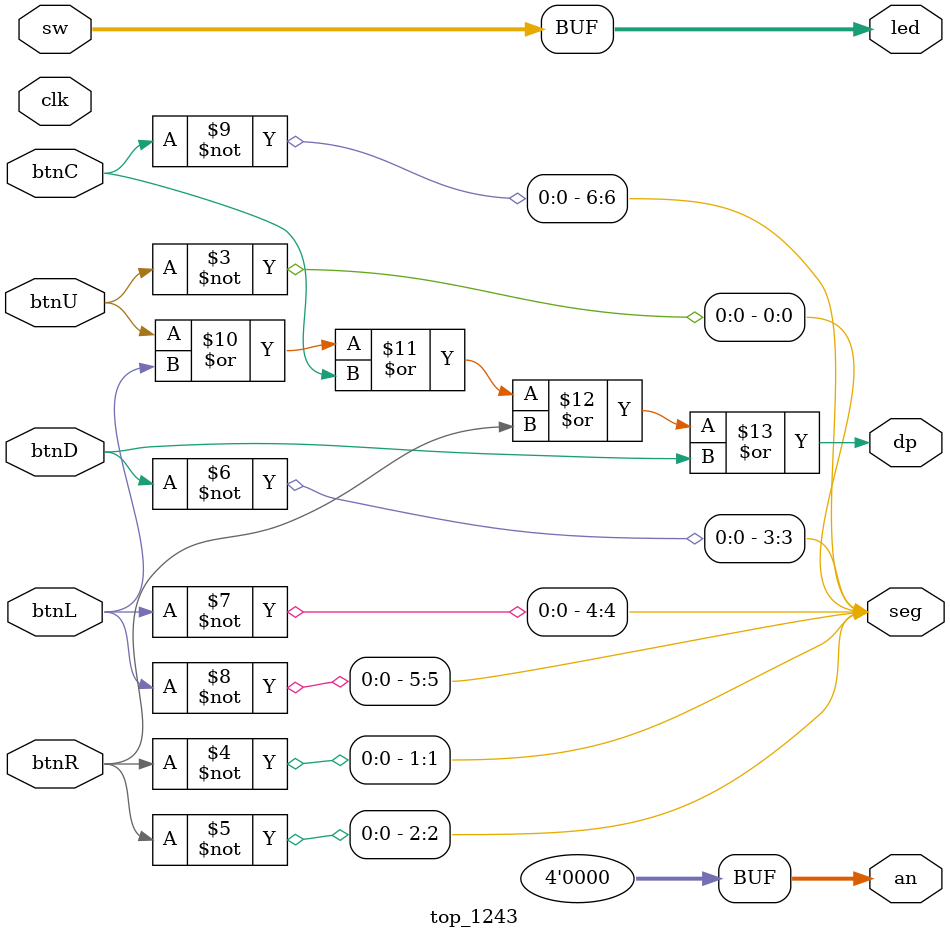
<source format=v>
module top_1243 (
    input             clk,      
    input             btnC,     
    input             btnU,
    input             btnD,
    input             btnR,
    input             btnL,
    input      [15:0] sw,       
    output reg [15:0] led,      
    output reg  [6:0] seg,      
    output reg        dp,       
    output reg  [3:0] an        
);
    initial seg = 7'b1111111;   
    initial an = 4'b0000;       
    initial dp = 0;             
    always @(sw) begin          
        led <= sw;
    end
    always @(btnC or btnU or btnD or btnR or btnL) begin
        seg[0] <= ~btnU;
        seg[1] <= ~btnR;
        seg[2] <= ~btnR;
        seg[3] <= ~btnD;
        seg[4] <= ~btnL;
        seg[5] <= ~btnL;
        seg[6] <= ~btnC;
        dp <= btnU | btnL | btnC | btnR | btnD;
    end
endmodule
</source>
